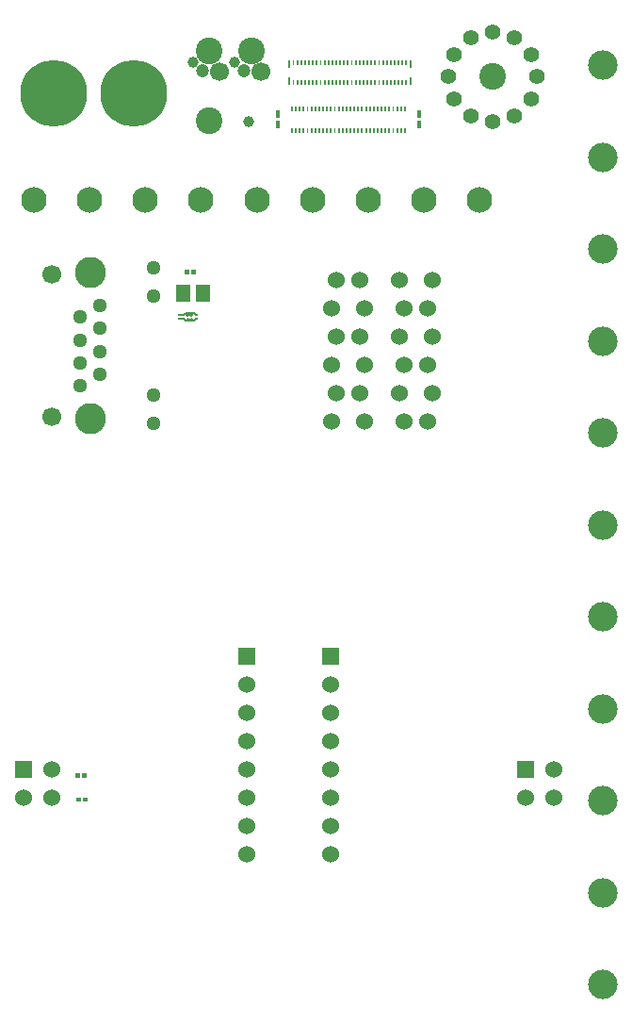
<source format=gbr>
G04 start of page 2 for group 0 idx 0 *
G04 Title: (unknown), top *
G04 Creator: pcb 4.2.0 *
G04 CreationDate: Sat Jul  4 16:09:31 2020 UTC *
G04 For: commonadmin *
G04 Format: Gerber/RS-274X *
G04 PCB-Dimensions (mil): 3500.00 8250.00 *
G04 PCB-Coordinate-Origin: lower left *
%MOIN*%
%FSLAX25Y25*%
%LNTOP*%
%ADD32C,0.0295*%
%ADD31C,0.0492*%
%ADD30C,0.0197*%
%ADD29C,0.1870*%
%ADD28C,0.0354*%
%ADD27C,0.0380*%
%ADD26C,0.0630*%
%ADD25C,0.0787*%
%ADD24C,0.0886*%
%ADD23C,0.0060*%
%ADD22C,0.0001*%
%ADD21C,0.0472*%
%ADD20C,0.0394*%
%ADD19C,0.2362*%
%ADD18C,0.1102*%
%ADD17C,0.0669*%
%ADD16C,0.0512*%
%ADD15C,0.0600*%
%ADD14C,0.0906*%
%ADD13C,0.0551*%
%ADD12C,0.0945*%
%ADD11C,0.1043*%
G54D11*X218000Y807000D03*
Y774500D03*
Y742000D03*
Y709500D03*
Y677000D03*
G54D12*X179000Y803000D03*
G54D13*X194748D03*
X192583Y795126D03*
Y810874D03*
X179000Y818748D03*
X186677Y816780D03*
X171323D03*
X163252Y803000D03*
X165417Y795126D03*
Y810874D03*
X179000Y787252D03*
X171323Y789220D03*
X186677D03*
G54D14*X174240Y759500D03*
G54D15*X146000Y731000D03*
X157500D03*
X147500Y721000D03*
X132000Y731000D03*
X133500Y721000D03*
X156000D03*
X146000Y711000D03*
X147500Y701000D03*
X157500Y711000D03*
X156000Y701000D03*
X123500Y731000D03*
X122000Y721000D03*
X123500Y711000D03*
X122000Y701000D03*
X132000Y711000D03*
X133500Y701000D03*
G54D14*X115185Y759500D03*
X134870D03*
X154555D03*
G54D16*X58980Y725504D03*
Y735543D03*
G54D12*X78500Y787500D03*
G54D14*X56130Y759500D03*
X75815D03*
X95500D03*
G54D17*X22996Y733181D03*
G54D18*X36500Y733969D03*
G54D14*X16760Y759500D03*
X36445D03*
G54D19*X23500Y797000D03*
X51846D03*
G54D12*X78740Y812205D03*
X93504D03*
G54D20*X87598Y808268D03*
G54D17*X82283Y804724D03*
X97047D03*
G54D21*X91142Y805118D03*
X76378D03*
G54D20*X72835Y808268D03*
G54D17*X22996Y682787D03*
G54D18*X36500Y682000D03*
G54D16*X58980Y680425D03*
Y690465D03*
X32957Y701961D03*
Y693929D03*
X40043Y697945D03*
X32957Y709992D03*
Y718024D03*
X40043Y705976D03*
Y714008D03*
Y722039D03*
G54D11*X218000Y482000D03*
Y514500D03*
Y612000D03*
Y579500D03*
Y547000D03*
Y644500D03*
G54D15*X146000Y691000D03*
X157500D03*
X132000D03*
X123500D03*
X147500Y681000D03*
X156000D03*
X122000D03*
X133500D03*
G54D22*G36*
X89000Y601000D02*Y595000D01*
X95000D01*
Y601000D01*
X89000D01*
G37*
G54D15*X92000Y588000D03*
Y578000D03*
Y568000D03*
Y558000D03*
Y548000D03*
Y538000D03*
Y528000D03*
G54D22*G36*
X118500Y601000D02*Y595000D01*
X124500D01*
Y601000D01*
X118500D01*
G37*
G54D15*X121500Y588000D03*
Y578000D03*
Y568000D03*
Y558000D03*
Y548000D03*
Y538000D03*
Y528000D03*
G54D22*G36*
X10000Y561000D02*Y555000D01*
X16000D01*
Y561000D01*
X10000D01*
G37*
G54D15*X13000Y548000D03*
X23000D03*
Y558000D03*
G54D22*G36*
X187500Y561000D02*Y555000D01*
X193500D01*
Y561000D01*
X187500D01*
G37*
G54D15*X190500Y548000D03*
X200500D03*
Y558000D03*
G54D23*X69507Y717450D02*X70207Y716750D01*
G54D22*G36*
X67707Y717750D02*Y717150D01*
X69807D01*
Y717750D01*
X67707D01*
G37*
G54D23*X70507Y716750D02*X71107Y717350D01*
X71707Y716750D01*
X70207D02*X73207D01*
X73907Y717450D01*
G54D22*G36*
X73607Y717750D02*Y717150D01*
X74707D01*
Y717750D01*
X73607D01*
G37*
G54D23*X72307Y717350D02*X72907Y716750D01*
X71707D02*X72307Y717350D01*
X70207Y719350D02*X73307D01*
X70207D02*X70407D01*
X73307D02*X73907Y718750D01*
G54D22*G36*
X73607Y719050D02*Y718450D01*
X74707D01*
Y719050D01*
X73607D01*
G37*
G54D23*X69607Y718750D02*X70207Y719350D01*
X70407D02*X71107Y718650D01*
X71807Y719350D01*
X71607D02*X72307Y718650D01*
X73007Y719350D01*
G54D22*G36*
X67707Y719050D02*Y718450D01*
X69907D01*
Y719050D01*
X67707D01*
G37*
G36*
X72016Y729452D02*X66898D01*
Y723548D01*
X72016D01*
Y729452D01*
G37*
G36*
X79102D02*X73984D01*
Y723548D01*
X79102D01*
Y729452D01*
G37*
G36*
X69989Y734787D02*Y733213D01*
X71563D01*
Y734787D01*
X69989D01*
G37*
G36*
X72351D02*Y733213D01*
X73925D01*
Y734787D01*
X72351D01*
G37*
G36*
X31713Y548287D02*Y546713D01*
X33287D01*
Y548287D01*
X31713D01*
G37*
G36*
X34075D02*Y546713D01*
X35649D01*
Y548287D01*
X34075D01*
G37*
G36*
X31351Y556787D02*Y555213D01*
X32925D01*
Y556787D01*
X31351D01*
G37*
G36*
X33713D02*Y555213D01*
X35287D01*
Y556787D01*
X33713D01*
G37*
G36*
X150331Y802866D02*X149504D01*
Y800110D01*
X150331D01*
Y802866D01*
G37*
G36*
X148776Y801862D02*X148146D01*
Y800051D01*
X148776D01*
Y801862D01*
G37*
G36*
X147398D02*X146768D01*
Y800051D01*
X147398D01*
Y801862D01*
G37*
G36*
X146020D02*X145390D01*
Y800051D01*
X146020D01*
Y801862D01*
G37*
G36*
X144642D02*X144012D01*
Y800051D01*
X144642D01*
Y801862D01*
G37*
G36*
X143264D02*X142634D01*
Y800051D01*
X143264D01*
Y801862D01*
G37*
G36*
X141886D02*X141256D01*
Y800051D01*
X141886D01*
Y801862D01*
G37*
G36*
X148776Y808949D02*X148146D01*
Y807138D01*
X148776D01*
Y808949D01*
G37*
G36*
X150331Y808890D02*X149504D01*
Y806134D01*
X150331D01*
Y808890D01*
G37*
G36*
X147398Y808949D02*X146768D01*
Y807138D01*
X147398D01*
Y808949D01*
G37*
G36*
X146020D02*X145390D01*
Y807138D01*
X146020D01*
Y808949D01*
G37*
G36*
X144642D02*X144012D01*
Y807138D01*
X144642D01*
Y808949D01*
G37*
G36*
X140508Y801862D02*X139878D01*
Y800051D01*
X140508D01*
Y801862D01*
G37*
G36*
X139130D02*X138500D01*
Y800051D01*
X139130D01*
Y801862D01*
G37*
G36*
X137752D02*X137122D01*
Y800051D01*
X137752D01*
Y801862D01*
G37*
G36*
X143264Y808949D02*X142634D01*
Y807138D01*
X143264D01*
Y808949D01*
G37*
G36*
X141886D02*X141256D01*
Y807138D01*
X141886D01*
Y808949D01*
G37*
G36*
X140508D02*X139878D01*
Y807138D01*
X140508D01*
Y808949D01*
G37*
G36*
X139130D02*X138500D01*
Y807138D01*
X139130D01*
Y808949D01*
G37*
G36*
X107457Y802866D02*X106630D01*
Y800110D01*
X107457D01*
Y802866D01*
G37*
G36*
Y808890D02*X106630D01*
Y806134D01*
X107457D01*
Y808890D01*
G37*
G36*
X126728Y808949D02*X126098D01*
Y807138D01*
X126728D01*
Y808949D01*
G37*
G36*
X125350D02*X124720D01*
Y807138D01*
X125350D01*
Y808949D01*
G37*
G36*
X123972D02*X123343D01*
Y807138D01*
X123972D01*
Y808949D01*
G37*
G36*
X122594D02*X121965D01*
Y807138D01*
X122594D01*
Y808949D01*
G37*
G36*
X121217D02*X120587D01*
Y807138D01*
X121217D01*
Y808949D01*
G37*
G36*
X119839D02*X119209D01*
Y807138D01*
X119839D01*
Y808949D01*
G37*
G36*
X118461D02*X117831D01*
Y807138D01*
X118461D01*
Y808949D01*
G37*
G36*
X117083D02*X116453D01*
Y807138D01*
X117083D01*
Y808949D01*
G37*
G36*
X115705D02*X115075D01*
Y807138D01*
X115705D01*
Y808949D01*
G37*
G36*
X114327D02*X113697D01*
Y807138D01*
X114327D01*
Y808949D01*
G37*
G36*
X112949D02*X112319D01*
Y807138D01*
X112949D01*
Y808949D01*
G37*
G36*
X111571D02*X110941D01*
Y807138D01*
X111571D01*
Y808949D01*
G37*
G36*
X110193D02*X109563D01*
Y807138D01*
X110193D01*
Y808949D01*
G37*
G36*
X108815D02*X108185D01*
Y807138D01*
X108815D01*
Y808949D01*
G37*
G36*
X136374Y801862D02*X135744D01*
Y800051D01*
X136374D01*
Y801862D01*
G37*
G36*
X134996D02*X134366D01*
Y800051D01*
X134996D01*
Y801862D01*
G37*
G36*
X133618D02*X132988D01*
Y800051D01*
X133618D01*
Y801862D01*
G37*
G36*
X132240D02*X131610D01*
Y800051D01*
X132240D01*
Y801862D01*
G37*
G36*
X130862D02*X130232D01*
Y800051D01*
X130862D01*
Y801862D01*
G37*
G36*
X129484D02*X128854D01*
Y800051D01*
X129484D01*
Y801862D01*
G37*
G36*
X128106D02*X127476D01*
Y800051D01*
X128106D01*
Y801862D01*
G37*
G36*
X137752Y808949D02*X137122D01*
Y807138D01*
X137752D01*
Y808949D01*
G37*
G36*
X136374D02*X135744D01*
Y807138D01*
X136374D01*
Y808949D01*
G37*
G36*
X134996D02*X134366D01*
Y807138D01*
X134996D01*
Y808949D01*
G37*
G36*
X133618D02*X132988D01*
Y807138D01*
X133618D01*
Y808949D01*
G37*
G36*
X132240D02*X131610D01*
Y807138D01*
X132240D01*
Y808949D01*
G37*
G36*
X130862D02*X130232D01*
Y807138D01*
X130862D01*
Y808949D01*
G37*
G36*
X129484D02*X128854D01*
Y807138D01*
X129484D01*
Y808949D01*
G37*
G36*
X128106D02*X127476D01*
Y807138D01*
X128106D01*
Y808949D01*
G37*
G36*
X127606Y792646D02*X126976D01*
Y790835D01*
X127606D01*
Y792646D01*
G37*
G36*
X128984D02*X128354D01*
Y790835D01*
X128984D01*
Y792646D01*
G37*
G36*
X130362D02*X129732D01*
Y790835D01*
X130362D01*
Y792646D01*
G37*
G36*
X131740D02*X131110D01*
Y790835D01*
X131740D01*
Y792646D01*
G37*
G36*
X133118D02*X132488D01*
Y790835D01*
X133118D01*
Y792646D01*
G37*
G36*
X134496D02*X133866D01*
Y790835D01*
X134496D01*
Y792646D01*
G37*
G36*
X135874D02*X135244D01*
Y790835D01*
X135874D01*
Y792646D01*
G37*
G36*
X137252D02*X136622D01*
Y790835D01*
X137252D01*
Y792646D01*
G37*
G36*
X138630D02*X138000D01*
Y790835D01*
X138630D01*
Y792646D01*
G37*
G36*
X140008D02*X139378D01*
Y790835D01*
X140008D01*
Y792646D01*
G37*
G36*
X141386D02*X140756D01*
Y790835D01*
X141386D01*
Y792646D01*
G37*
G36*
X142764D02*X142134D01*
Y790835D01*
X142764D01*
Y792646D01*
G37*
G36*
X144142D02*X143512D01*
Y790835D01*
X144142D01*
Y792646D01*
G37*
G36*
X145520D02*X144890D01*
Y790835D01*
X145520D01*
Y792646D01*
G37*
G36*
X146898D02*X146268D01*
Y790835D01*
X146898D01*
Y792646D01*
G37*
G36*
X148276D02*X147646D01*
Y790835D01*
X148276D01*
Y792646D01*
G37*
G36*
X126728Y801862D02*X126098D01*
Y800051D01*
X126728D01*
Y801862D01*
G37*
G36*
X125350D02*X124720D01*
Y800051D01*
X125350D01*
Y801862D01*
G37*
G36*
X123972D02*X123343D01*
Y800051D01*
X123972D01*
Y801862D01*
G37*
G36*
X122594D02*X121965D01*
Y800051D01*
X122594D01*
Y801862D01*
G37*
G36*
X121217D02*X120587D01*
Y800051D01*
X121217D01*
Y801862D01*
G37*
G36*
X119839D02*X119209D01*
Y800051D01*
X119839D01*
Y801862D01*
G37*
G36*
X118461D02*X117831D01*
Y800051D01*
X118461D01*
Y801862D01*
G37*
G36*
X117083D02*X116453D01*
Y800051D01*
X117083D01*
Y801862D01*
G37*
G36*
X115705D02*X115075D01*
Y800051D01*
X115705D01*
Y801862D01*
G37*
G36*
X114327D02*X113697D01*
Y800051D01*
X114327D01*
Y801862D01*
G37*
G36*
X112949D02*X112319D01*
Y800051D01*
X112949D01*
Y801862D01*
G37*
G36*
X111571D02*X110941D01*
Y800051D01*
X111571D01*
Y801862D01*
G37*
G36*
X110193D02*X109563D01*
Y800051D01*
X110193D01*
Y801862D01*
G37*
G36*
X108815D02*X108185D01*
Y800051D01*
X108815D01*
Y801862D01*
G37*
G36*
X108315Y792646D02*X107685D01*
Y790835D01*
X108315D01*
Y792646D01*
G37*
G36*
X109693D02*X109063D01*
Y790835D01*
X109693D01*
Y792646D01*
G37*
G36*
X111071D02*X110441D01*
Y790835D01*
X111071D01*
Y792646D01*
G37*
G36*
X112449D02*X111819D01*
Y790835D01*
X112449D01*
Y792646D01*
G37*
G36*
X103591Y791268D02*X102173D01*
Y788472D01*
X103591D01*
Y791268D01*
G37*
G36*
Y787528D02*X102173D01*
Y784732D01*
X103591D01*
Y787528D01*
G37*
G54D20*X92500Y787000D03*
G54D22*G36*
X113827Y792646D02*X113197D01*
Y790835D01*
X113827D01*
Y792646D01*
G37*
G36*
X115205D02*X114575D01*
Y790835D01*
X115205D01*
Y792646D01*
G37*
G36*
X116583D02*X115953D01*
Y790835D01*
X116583D01*
Y792646D01*
G37*
G36*
X117961D02*X117331D01*
Y790835D01*
X117961D01*
Y792646D01*
G37*
G36*
X119339D02*X118709D01*
Y790835D01*
X119339D01*
Y792646D01*
G37*
G36*
X120717D02*X120087D01*
Y790835D01*
X120717D01*
Y792646D01*
G37*
G36*
X122094D02*X121465D01*
Y790835D01*
X122094D01*
Y792646D01*
G37*
G36*
X123472D02*X122843D01*
Y790835D01*
X123472D01*
Y792646D01*
G37*
G36*
X124850D02*X124220D01*
Y790835D01*
X124850D01*
Y792646D01*
G37*
G36*
X126228D02*X125598D01*
Y790835D01*
X126228D01*
Y792646D01*
G37*
G36*
X108315Y784969D02*X107685D01*
Y783157D01*
X108315D01*
Y784969D01*
G37*
G36*
X109693D02*X109063D01*
Y783157D01*
X109693D01*
Y784969D01*
G37*
G36*
X111071D02*X110441D01*
Y783157D01*
X111071D01*
Y784969D01*
G37*
G36*
X112449D02*X111819D01*
Y783157D01*
X112449D01*
Y784969D01*
G37*
G36*
X113827D02*X113197D01*
Y783157D01*
X113827D01*
Y784969D01*
G37*
G36*
X115205D02*X114575D01*
Y783157D01*
X115205D01*
Y784969D01*
G37*
G36*
X116583D02*X115953D01*
Y783157D01*
X116583D01*
Y784969D01*
G37*
G36*
X117961D02*X117331D01*
Y783157D01*
X117961D01*
Y784969D01*
G37*
G36*
X119339D02*X118709D01*
Y783157D01*
X119339D01*
Y784969D01*
G37*
G36*
X120717D02*X120087D01*
Y783157D01*
X120717D01*
Y784969D01*
G37*
G36*
X122094D02*X121465D01*
Y783157D01*
X122094D01*
Y784969D01*
G37*
G36*
X123472D02*X122843D01*
Y783157D01*
X123472D01*
Y784969D01*
G37*
G36*
X124850D02*X124220D01*
Y783157D01*
X124850D01*
Y784969D01*
G37*
G36*
X126228D02*X125598D01*
Y783157D01*
X126228D01*
Y784969D01*
G37*
G36*
X127606D02*X126976D01*
Y783157D01*
X127606D01*
Y784969D01*
G37*
G36*
X128984D02*X128354D01*
Y783157D01*
X128984D01*
Y784969D01*
G37*
G36*
X130362D02*X129732D01*
Y783157D01*
X130362D01*
Y784969D01*
G37*
G36*
X131740D02*X131110D01*
Y783157D01*
X131740D01*
Y784969D01*
G37*
G36*
X133118D02*X132488D01*
Y783157D01*
X133118D01*
Y784969D01*
G37*
G36*
X134496D02*X133866D01*
Y783157D01*
X134496D01*
Y784969D01*
G37*
G36*
X135874D02*X135244D01*
Y783157D01*
X135874D01*
Y784969D01*
G37*
G36*
X137252D02*X136622D01*
Y783157D01*
X137252D01*
Y784969D01*
G37*
G36*
X138630D02*X138000D01*
Y783157D01*
X138630D01*
Y784969D01*
G37*
G36*
X140008D02*X139378D01*
Y783157D01*
X140008D01*
Y784969D01*
G37*
G36*
X141386D02*X140756D01*
Y783157D01*
X141386D01*
Y784969D01*
G37*
G36*
X142764D02*X142134D01*
Y783157D01*
X142764D01*
Y784969D01*
G37*
G36*
X144142D02*X143512D01*
Y783157D01*
X144142D01*
Y784969D01*
G37*
G36*
X145520D02*X144890D01*
Y783157D01*
X145520D01*
Y784969D01*
G37*
G36*
X146898D02*X146268D01*
Y783157D01*
X146898D01*
Y784969D01*
G37*
G36*
X148276D02*X147646D01*
Y783157D01*
X148276D01*
Y784969D01*
G37*
G36*
X153787Y787528D02*X152370D01*
Y784732D01*
X153787D01*
Y787528D01*
G37*
G36*
Y791268D02*X152370D01*
Y788472D01*
X153787D01*
Y791268D01*
G37*
G54D24*G54D25*G54D20*G54D26*G54D27*G54D26*G54D28*G54D25*G54D26*G54D16*G54D12*G54D26*G54D29*G54D25*G54D30*G54D31*G54D32*G54D30*G54D16*G54D12*G54D28*G54D24*G54D27*M02*

</source>
